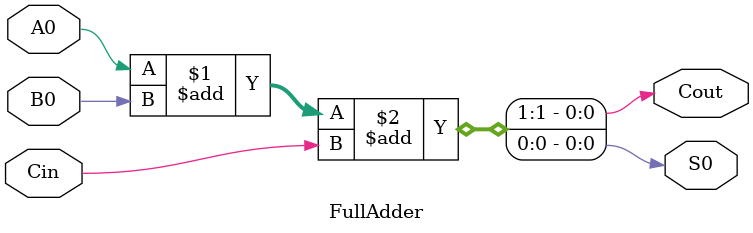
<source format=v>
module FullAdder (
    input  wire A0,
    input  wire B0,
    input  wire Cin,
    output wire S0,
    output wire Cout
);

assign {Cout, S0} = A0 + B0 + Cin;
    
endmodule
</source>
